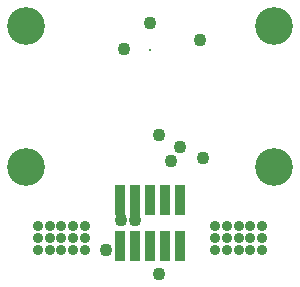
<source format=gbs>
G04 Layer_Color=16711935*
%FSAX24Y24*%
%MOIN*%
G70*
G01*
G75*
%ADD33C,0.0080*%
%ADD34C,0.1261*%
%ADD35C,0.0356*%
%ADD36C,0.0434*%
%ADD37R,0.0379X0.1025*%
D33*
X018371Y021178D02*
D03*
D34*
X022505Y017281D02*
D03*
Y022005D02*
D03*
X014237D02*
D03*
Y017281D02*
D03*
D35*
X016206Y015312D02*
D03*
Y014919D02*
D03*
Y014525D02*
D03*
X015812Y015312D02*
D03*
Y014919D02*
D03*
Y014525D02*
D03*
X015418Y015312D02*
D03*
Y014919D02*
D03*
Y014525D02*
D03*
X015025Y015312D02*
D03*
Y014919D02*
D03*
Y014525D02*
D03*
X014631Y015312D02*
D03*
Y014919D02*
D03*
Y014525D02*
D03*
X020537Y014525D02*
D03*
Y014919D02*
D03*
Y015312D02*
D03*
X020930Y014525D02*
D03*
Y014919D02*
D03*
Y015312D02*
D03*
X021324Y014525D02*
D03*
Y014919D02*
D03*
Y015312D02*
D03*
X021718Y014525D02*
D03*
Y014919D02*
D03*
Y015312D02*
D03*
X022111Y014525D02*
D03*
Y014919D02*
D03*
Y015312D02*
D03*
D36*
X017879Y015509D02*
D03*
X017387D02*
D03*
X016895Y014525D02*
D03*
X020044Y021513D02*
D03*
X018371Y022104D02*
D03*
X017485Y021218D02*
D03*
X018667Y013737D02*
D03*
Y018363D02*
D03*
X019356Y017970D02*
D03*
X019060Y017478D02*
D03*
X020143Y017576D02*
D03*
D37*
X017371Y016178D02*
D03*
X017871D02*
D03*
X018371D02*
D03*
X018871D02*
D03*
X019371D02*
D03*
X017371Y014643D02*
D03*
X017871D02*
D03*
X018371D02*
D03*
X018871D02*
D03*
X019371Y016178D02*
D03*
Y014643D02*
D03*
M02*

</source>
